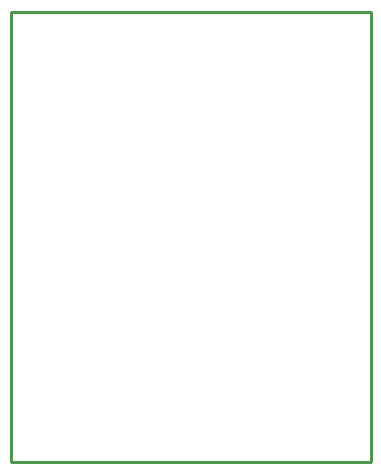
<source format=gko>
G04 ---------------------------- Layer name :KeepOutLayer*
G04 EasyEDA v5.5.15, Tue, 26 Jun 2018 10:07:45 GMT*
G04 6b00658ecf034e76a6cd097d3bdf46c6*
G04 Gerber Generator version 0.2*
G04 Scale: 100 percent, Rotated: No, Reflected: No *
G04 Dimensions in inches *
G04 leading zeros omitted , absolute positions ,2 integer and 4 decimal *
%FSLAX24Y24*%
%MOIN*%
G90*
G70D02*

%ADD10C,0.010000*%
G54D10*
G01X0Y15000D02*
G01X12000Y15000D01*
G01X12000Y0D01*
G01X0Y0D01*
G01X0Y15000D01*

%LPD*%
M00*
M02*

</source>
